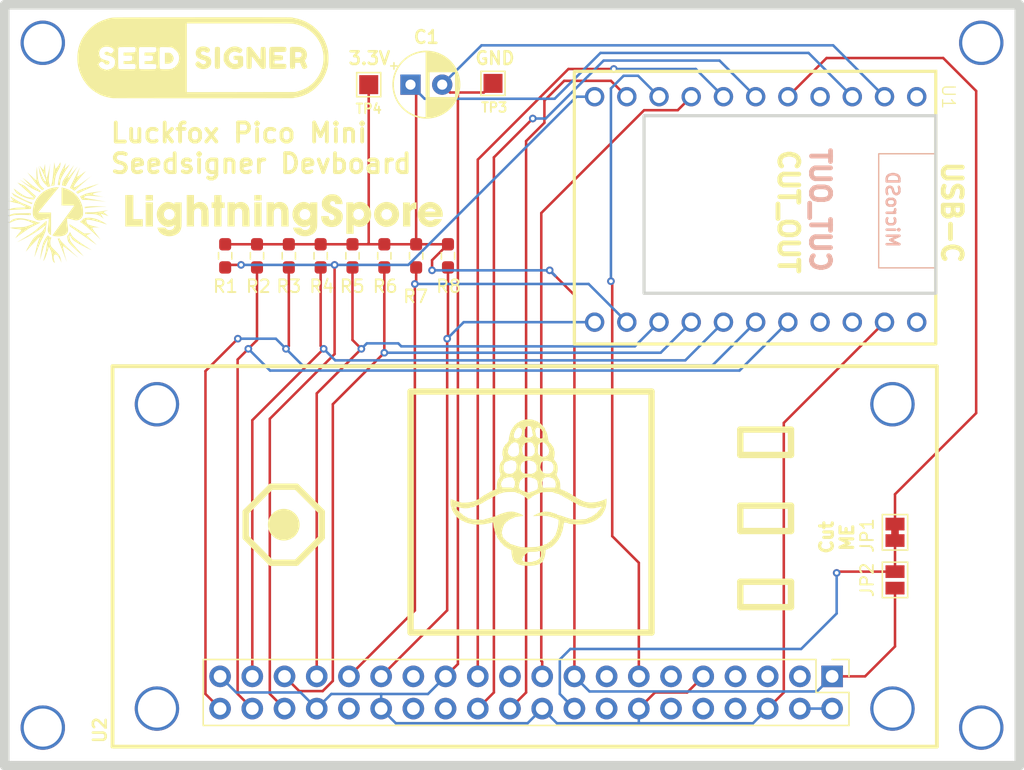
<source format=kicad_pcb>
(kicad_pcb (version 20241229) (generator "pcbnew") (generator_version "9.0")
  (title_block (title "sdfsdf") (date "sdfsdf") (rev "sdfsdf") (company "dsfsdf"))
  (layers (0 "F.Cu" signal) (2 "B.Cu" signal) (13 "F.Paste" user) (15 "B.Paste" user) (5 "F.SilkS" user "F.Silkscreen") (7 "B.SilkS" user "B.Silkscreen") (1 "F.Mask" user) (3 "B.Mask" user) (25 "Edge.Cuts" user))
  (net 0 "")
  (net 1 "GND")
  (net 2 "+3.3V")
  (net 3 "/JOYSTICK_RIGHT")
  (net 4 "/JOYSTICK_UP")
  (net 5 "/DC")
  (net 6 "/JOYSTICK_LEFT")
  (net 7 "/JOYSTICK_DOWN")
  (net 8 "/JOYSTICK_PRESS")
  (net 9 "/SPI_MOSI")
  (net 10 "/KEY2")
  (net 11 "/KEY3")
  (net 12 "/RST")
  (net 13 "/KEY1")
  (net 14 "/SPI_SCLK")
  (net 15 "/SPI_CS")
  (net 16 "Net-(U2-5V0-Pad2)")
  (net 17 "/BACKLIGHT")
  (net 18 "/BACKLIGHT_PWM")
  (footprint "Resistor_SMD:R_0603_1608Metric_Pad0.98x0.95mm_HandSolder" (layer "F.Cu") (at 17.38 19.8 -90)
    (property "Reference" "R1" (at 2.4 -0.02 180) (layer "F.SilkS"))
    (property "Value" "R")
    (pad "1" smd roundrect (at -0.9125 0 270) (size 0.975 0.95) (layers "F.Cu" "F.Mask" "F.Paste") (net 2 "+3.3V"))
    (pad "2" smd roundrect (at 0.9125 0 270) (size 0.975 0.95) (layers "F.Cu" "F.Mask" "F.Paste") (net 11 "/KEY3"))
  )
  (footprint "seedsigner-luckfox:CP_Radial_D5.0mm_P2.50mm" (layer "F.Cu") (at 31.9949 6.3)
    (property "Reference" "C1" (at 1.25 -3.75 0) (layer "F.SilkS") (effects (font (thickness 0.2) (bold yes))))
    (property "Value" "C_Polarized")
    (pad "1" thru_hole rect (at 0 0) (size 1.6 1.6) (drill 0.8) (layers "*.Cu" "*.Mask") (net 2 "+3.3V"))
    (pad "2" thru_hole circle (at 2.5 0) (size 1.6 1.6) (drill 0.8) (layers "*.Cu" "*.Mask") (net 1 "GND"))
  )
  (footprint "Resistor_SMD:R_0603_1608Metric_Pad0.98x0.95mm_HandSolder" (layer "F.Cu") (at 24.91 19.8 -90)
    (property "Reference" "R4" (at 2.4 -0.09 180) (layer "F.SilkS"))
    (property "Value" "R")
    (pad "1" smd roundrect (at -0.9125 0 270) (size 0.975 0.95) (layers "F.Cu" "F.Mask" "F.Paste") (net 2 "+3.3V"))
    (pad "2" smd roundrect (at 0.9125 0 270) (size 0.975 0.95) (layers "F.Cu" "F.Mask" "F.Paste") (net 3 "/JOYSTICK_RIGHT"))
  )
  (footprint "seedsigner-luckfox:LightningSpore_Logo" (layer "F.Cu") (at 17.692536 16.38327)
    (property "Reference" "ART1" (hide yes))
    (property "Value" "~" (hide yes))
  )
  (footprint "seedsigner-luckfox:seedsigner-logo-small" (layer "F.Cu") (at 15.6 4.2)
    (property "Reference" "LOGO1" (hide yes))
    (property "Value" "SS_LOGO" (hide yes))
  )
  (footprint "Resistor_SMD:R_0603_1608Metric_Pad0.98x0.95mm_HandSolder" (layer "F.Cu") (at 19.89 19.8 -90)
    (property "Reference" "R2" (at 2.4 -0.11 180) (layer "F.SilkS"))
    (property "Value" "R")
    (pad "1" smd roundrect (at -0.9125 0 270) (size 0.975 0.95) (layers "F.Cu" "F.Mask" "F.Paste") (net 2 "+3.3V"))
    (pad "2" smd roundrect (at 0.9125 0 270) (size 0.975 0.95) (layers "F.Cu" "F.Mask" "F.Paste") (net 10 "/KEY2"))
  )
  (footprint "Resistor_SMD:R_0603_1608Metric_Pad0.98x0.95mm_HandSolder" (layer "F.Cu") (at 32.44 19.8 -90)
    (property "Reference" "R7" (at 3.2 0.04 180) (layer "F.SilkS"))
    (property "Value" "R")
    (pad "1" smd roundrect (at -0.9125 0 270) (size 0.975 0.95) (layers "F.Cu" "F.Mask" "F.Paste") (net 2 "+3.3V"))
    (pad "2" smd roundrect (at 0.9125 0 270) (size 0.975 0.95) (layers "F.Cu" "F.Mask" "F.Paste") (net 4 "/JOYSTICK_UP"))
  )
  (footprint "seedsigner-luckfox:TestPoint_Pad_1.5x1.5mm" (layer "F.Cu") (at 28.7 6.3 90)
    (property "Reference" "TP4" (at -1.9 0 180) (layer "F.SilkS") (effects (font (size 0.75 0.75))))
    (property "Value" "TestPoint")
    (pad "1" smd rect (at 0 0 90) (size 1.5 1.5) (layers "F.Cu" "F.Mask") (net 2 "+3.3V"))
  )
  (footprint "seedsigner-luckfox:MOUNT_HOLE_3MM" (layer "F.Cu") (at 77 3)
    (property "Reference" "H4" (hide yes))
    (property "Value" "MountingHole" (hide yes))
    (pad "" np_thru_hole circle (at 0 0) (size 3.5 3.5) (drill 3) (layers "*.Cu" "*.Mask"))
  )
  (footprint "seedsigner-luckfox:SolderJumper-2_P1.3mm_Open_Pad1.0x1.5mm" (layer "F.Cu") (at 70.2 45.35 90)
    (property "Reference" "JP2" (at 0 -2.2 90) (layer "F.SilkS"))
    (property "Value" "Jumper_2_Small_Open")
    (pad "1" smd rect (at -0.65 0 90) (size 1 1.5) (layers "F.Cu" "F.Mask") (net 2 "+3.3V"))
    (pad "2" smd rect (at 0.65 0 90) (size 1 1.5) (layers "F.Cu" "F.Mask") (net 17 "/BACKLIGHT"))
  )
  (footprint "seedsigner-luckfox:LUCKFOX_PICO_MINI" (layer "F.Cu") (at 71.9125 7.25 -90)
    (property "Reference" "U1" (at 0 -2.5 270) (layer "F.SilkS") (effects (font (thickness 0.1))))
    (property "Value" "LuckFox_Pico_MINI")
    (fp_rect (start 1.5 -1.5) (end 15.5 21.5) (stroke (width 0.25)) (fill no) (layer "Edge.Cuts"))
    (fp_text user "USB-C" (at 4.95 -1.8875 270) (layer "F.SilkS") (effects (font (size 1.5 1.5) (thickness 0.375) (bold yes)) (justify left bottom)))
    (fp_text user "CUT_OUT" (at 4 11 270) (layer "F.SilkS") (effects (font (size 1.5 1.5) (thickness 0.375) (bold yes)) (justify left bottom)))
    (fp_text user "CUT_OUT" (at 14 8.5 270) (layer "B.SilkS") (effects (font (size 1.5 1.5) (thickness 0.375) (bold yes)) (justify left bottom mirror)))
    (fp_text user "MicroSD" (at 12 2.5 270) (layer "B.SilkS") (effects (font (thickness 0.2) (bold yes)) (justify left bottom mirror)))
    (pad "1" thru_hole circle (at 0 0 270) (size 1.524 1.524) (drill 1) (layers "*.Cu" "*.Mask"))
    (pad "2" thru_hole circle (at 0 2.54 270) (size 1.524 1.524) (drill 1) (layers "*.Cu" "*.Mask") (net 1 "GND"))
    (pad "3" thru_hole circle (at 0 5.08 270) (size 1.524 1.524) (drill 1) (layers "*.Cu" "*.Mask") (net 2 "+3.3V"))
    (pad "4" thru_hole circle (at 0 7.62 270) (size 1.524 1.524) (drill 1) (layers "*.Cu" "*.Mask"))
    (pad "5" thru_hole circle (at 0 10.16 270) (size 1.524 1.524) (drill 1) (layers "*.Cu" "*.Mask") (net 18 "/BACKLIGHT_PWM"))
    (pad "6" thru_hole circle (at 0 12.7 270) (size 1.524 1.524) (drill 1) (layers "*.Cu" "*.Mask") (net 15 "/SPI_CS"))
    (pad "7" thru_hole circle (at 0 15.24 270) (size 1.524 1.524) (drill 1) (layers "*.Cu" "*.Mask") (net 14 "/SPI_SCLK"))
    (pad "8" thru_hole circle (at 0 17.78 270) (size 1.524 1.524) (drill 1) (layers "*.Cu" "*.Mask") (net 9 "/SPI_MOSI"))
    (pad "9" thru_hole circle (at 0 20.32 270) (size 1.524 1.524) (drill 1) (layers "*.Cu" "*.Mask") (net 12 "/RST"))
    (pad "10" thru_hole circle (at 0 22.86 270) (size 1.524 1.524) (drill 1) (layers "*.Cu" "*.Mask") (net 5 "/DC"))
    (pad "11" thru_hole circle (at 0 25.4 270) (size 1.524 1.524) (drill 1) (layers "*.Cu" "*.Mask") (net 11 "/KEY3"))
    (pad "12" thru_hole circle (at 17.78 25.4 270) (size 1.524 1.524) (drill 1) (layers "*.Cu" "*.Mask") (net 6 "/JOYSTICK_LEFT"))
    (pad "13" thru_hole circle (at 17.78 22.86 270) (size 1.524 1.524) (drill 1) (layers "*.Cu" "*.Mask") (net 4 "/JOYSTICK_UP"))
    (pad "14" thru_hole circle (at 17.78 20.32 270) (size 1.524 1.524) (drill 1) (layers "*.Cu" "*.Mask") (net 8 "/JOYSTICK_PRESS"))
    (pad "15" thru_hole circle (at 17.78 17.78 270) (size 1.524 1.524) (drill 1) (layers "*.Cu" "*.Mask") (net 7 "/JOYSTICK_DOWN"))
    (pad "16" thru_hole circle (at 17.78 15.24 270) (size 1.524 1.524) (drill 1) (layers "*.Cu" "*.Mask") (net 3 "/JOYSTICK_RIGHT"))
    (pad "17" thru_hole circle (at 17.78 12.7 270) (size 1.524 1.524) (drill 1) (layers "*.Cu" "*.Mask") (net 13 "/KEY1"))
    (pad "18" thru_hole circle (at 17.78 10.16 270) (size 1.524 1.524) (drill 1) (layers "*.Cu" "*.Mask") (net 10 "/KEY2"))
    (pad "19" thru_hole circle (at 17.78 7.62 270) (size 1.524 1.524) (drill 1) (layers "*.Cu" "*.Mask"))
    (pad "20" thru_hole circle (at 17.78 5.08 270) (size 1.524 1.524) (drill 1) (layers "*.Cu" "*.Mask"))
    (pad "21" thru_hole circle (at 17.78 2.54 270) (size 1.524 1.524) (drill 1) (layers "*.Cu" "*.Mask") (net 1 "GND"))
    (pad "22" thru_hole circle (at 17.78 0 270) (size 1.524 1.524) (drill 1) (layers "*.Cu" "*.Mask"))
  )
  (footprint "Resistor_SMD:R_0603_1608Metric_Pad0.98x0.95mm_HandSolder" (layer "F.Cu") (at 27.42 19.8 -90)
    (property "Reference" "R5" (at 2.4 0.02 180) (layer "F.SilkS"))
    (property "Value" "R")
    (pad "1" smd roundrect (at -0.9125 0 270) (size 0.975 0.95) (layers "F.Cu" "F.Mask" "F.Paste") (net 2 "+3.3V"))
    (pad "2" smd roundrect (at 0.9125 0 270) (size 0.975 0.95) (layers "F.Cu" "F.Mask" "F.Paste") (net 8 "/JOYSTICK_PRESS"))
  )
  (footprint "seedsigner-luckfox:WAVESHARE_LCD_BUTTON" (layer "F.Cu") (at 41 43.5 180)
    (property "Reference" "U2" (at 33.5 -13.7 90) (layer "F.SilkS") (effects (font (thickness 0.2) (bold yes))))
    (property "Value" "WAVESHARE_LCD_BUTTON_BOARD_1.3in")
    (pad "" np_thru_hole circle (at -29 -12 180) (size 3.5 3.5) (drill 3) (layers "*.Cu" "*.Mask"))
    (pad "" np_thru_hole circle (at -29 12 180) (size 3.5 3.5) (drill 3) (layers "*.Cu" "*.Mask"))
    (pad "" np_thru_hole circle (at 29 -12 180) (size 3.5 3.5) (drill 3) (layers "*.Cu" "*.Mask"))
    (pad "" np_thru_hole circle (at 29 12 180) (size 3.5 3.5) (drill 3) (layers "*.Cu" "*.Mask"))
    (pad "1" thru_hole rect (at -24.24 -9.46 270) (size 1.7 1.7) (drill 1) (layers "*.Cu" "*.Mask") (net 2 "+3.3V"))
    (pad "2" thru_hole oval (at -24.24 -12 270) (size 1.7 1.7) (drill 1) (layers "*.Cu" "*.Mask") (net 16 "Net-(U2-5V0-Pad2)"))
    (pad "3" thru_hole oval (at -21.7 -9.46 270) (size 1.7 1.7) (drill 1) (layers "*.Cu" "*.Mask"))
    (pad "4" thru_hole oval (at -21.7 -12 270) (size 1.7 1.7) (drill 1) (layers "*.Cu" "*.Mask") (net 16 "Net-(U2-5V0-Pad2)"))
    (pad "5" thru_hole oval (at -19.16 -9.46 270) (size 1.7 1.7) (drill 1) (layers "*.Cu" "*.Mask"))
    (pad "6" thru_hole oval (at -19.16 -12 270) (size 1.7 1.7) (drill 1) (layers "*.Cu" "*.Mask") (net 1 "GND"))
    (pad "7" thru_hole oval (at -16.62 -9.46 270) (size 1.7 1.7) (drill 1) (layers "*.Cu" "*.Mask"))
    (pad "8" thru_hole oval (at -16.62 -12 270) (size 1.7 1.7) (drill 1) (layers "*.Cu" "*.Mask"))
    (pad "9" thru_hole oval (at -14.08 -9.46 270) (size 1.7 1.7) (drill 1) (layers "*.Cu" "*.Mask") (net 1 "GND"))
    (pad "10" thru_hole oval (at -14.08 -12 270) (size 1.7 1.7) (drill 1) (layers "*.Cu" "*.Mask"))
    (pad "11" thru_hole oval (at -11.54 -9.46 270) (size 1.7 1.7) (drill 1) (layers "*.Cu" "*.Mask"))
    (pad "12" thru_hole oval (at -11.54 -12 270) (size 1.7 1.7) (drill 1) (layers "*.Cu" "*.Mask"))
    (pad "13" thru_hole oval (at -9 -9.46 270) (size 1.7 1.7) (drill 1) (layers "*.Cu" "*.Mask") (net 12 "/RST"))
    (pad "14" thru_hole oval (at -9 -12 270) (size 1.7 1.7) (drill 1) (layers "*.Cu" "*.Mask") (net 1 "GND"))
    (pad "15" thru_hole oval (at -6.46 -9.46 270) (size 1.7 1.7) (drill 1) (layers "*.Cu" "*.Mask"))
    (pad "16" thru_hole oval (at -6.46 -12 270) (size 1.7 1.7) (drill 1) (layers "*.Cu" "*.Mask"))
    (pad "17" thru_hole oval (at -3.92 -9.46 270) (size 1.7 1.7) (drill 1) (layers "*.Cu" "*.Mask") (net 2 "+3.3V"))
    (pad "18" thru_hole oval (at -3.92 -12 270) (size 1.7 1.7) (drill 1) (layers "*.Cu" "*.Mask") (net 17 "/BACKLIGHT"))
    (pad "19" thru_hole oval (at -1.38 -9.46 270) (size 1.7 1.7) (drill 1) (layers "*.Cu" "*.Mask") (net 9 "/SPI_MOSI"))
    (pad "20" thru_hole oval (at -1.38 -12 90) (size 1.7 1.7) (drill 1) (layers "*.Cu" "*.Mask") (net 1 "GND"))
    (pad "21" thru_hole oval (at 1.16 -9.46 270) (size 1.7 1.7) (drill 1) (layers "*.Cu" "*.Mask"))
    (pad "22" thru_hole oval (at 1.16 -12 270) (size 1.7 1.7) (drill 1) (layers "*.Cu" "*.Mask") (net 5 "/DC"))
    (pad "23" thru_hole oval (at 3.7 -9.46 270) (size 1.7 1.7) (drill 1) (layers "*.Cu" "*.Mask") (net 14 "/SPI_SCLK"))
    (pad "24" thru_hole oval (at 3.7 -12 270) (size 1.7 1.7) (drill 1) (layers "*.Cu" "*.Mask") (net 15 "/SPI_CS"))
    (pad "25" thru_hole oval (at 6.24 -9.46 270) (size 1.7 1.7) (drill 1) (layers "*.Cu" "*.Mask") (net 1 "GND"))
    (pad "26" thru_hole oval (at 6.24 -12 270) (size 1.7 1.7) (drill 1) (layers "*.Cu" "*.Mask"))
    (pad "27" thru_hole oval (at 8.78 -9.46 270) (size 1.7 1.7) (drill 1) (layers "*.Cu" "*.Mask"))
    (pad "28" thru_hole oval (at 8.78 -12 270) (size 1.7 1.7) (drill 1) (layers "*.Cu" "*.Mask"))
    (pad "29" thru_hole oval (at 11.32 -9.46 270) (size 1.7 1.7) (drill 1) (layers "*.Cu" "*.Mask") (net 6 "/JOYSTICK_LEFT"))
    (pad "30" thru_hole oval (at 11.32 -12 270) (size 1.7 1.7) (drill 1) (layers "*.Cu" "*.Mask") (net 1 "GND"))
    (pad "31" thru_hole oval (at 13.86 -9.46 270) (size 1.7 1.7) (drill 1) (layers "*.Cu" "*.Mask") (net 4 "/JOYSTICK_UP"))
    (pad "32" thru_hole oval (at 13.86 -12 270) (size 1.7 1.7) (drill 1) (layers "*.Cu" "*.Mask"))
    (pad "33" thru_hole oval (at 16.4 -9.46 270) (size 1.7 1.7) (drill 1) (layers "*.Cu" "*.Mask") (net 8 "/JOYSTICK_PRESS"))
    (pad "34" thru_hole oval (at 16.4 -12 270) (size 1.7 1.7) (drill 1) (layers "*.Cu" "*.Mask") (net 1 "GND"))
    (pad "35" thru_hole oval (at 18.94 -9.46 270) (size 1.7 1.7) (drill 1) (layers "*.Cu" "*.Mask") (net 7 "/JOYSTICK_DOWN"))
    (pad "36" thru_hole oval (at 18.94 -12 270) (size 1.7 1.7) (drill 1) (layers "*.Cu" "*.Mask") (net 11 "/KEY3"))
    (pad "37" thru_hole oval (at 21.48 -9.46 270) (size 1.7 1.7) (drill 1) (layers "*.Cu" "*.Mask") (net 3 "/JOYSTICK_RIGHT"))
    (pad "38" thru_hole oval (at 21.48 -12 270) (size 1.7 1.7) (drill 1) (layers "*.Cu" "*.Mask") (net 10 "/KEY2"))
    (pad "39" thru_hole oval (at 24.02 -9.46 270) (size 1.7 1.7) (drill 1) (layers "*.Cu" "*.Mask") (net 1 "GND"))
    (pad "40" thru_hole oval (at 24.02 -12 270) (size 1.7 1.7) (drill 1) (layers "*.Cu" "*.Mask") (net 13 "/KEY1"))
  )
  (footprint "Resistor_SMD:R_0603_1608Metric_Pad0.98x0.95mm_HandSolder" (layer "F.Cu") (at 22.4 19.8 -90)
    (property "Reference" "R3" (at 2.4 0 180) (layer "F.SilkS"))
    (property "Value" "R")
    (pad "1" smd roundrect (at -0.9125 0 270) (size 0.975 0.95) (layers "F.Cu" "F.Mask" "F.Paste") (net 2 "+3.3V"))
    (pad "2" smd roundrect (at 0.9125 0 270) (size 0.975 0.95) (layers "F.Cu" "F.Mask" "F.Paste") (net 13 "/KEY1"))
  )
  (footprint "seedsigner-luckfox:MOUNT_HOLE_3MM" (layer "F.Cu") (at 77 57)
    (property "Reference" "H2" (hide yes))
    (property "Value" "MountingHole" (hide yes))
    (pad "" np_thru_hole circle (at 0 0) (size 3.5 3.5) (drill 3) (layers "*.Cu" "*.Mask"))
  )
  (footprint "seedsigner-luckfox:corn-logo" (layer "F.Cu") (at 41.3 38.4)
    (property "Reference" "LOGO2" (hide yes))
    (property "Value" "CORN-LOGO" (hide yes))
  )
  (footprint "Resistor_SMD:R_0603_1608Metric_Pad0.98x0.95mm_HandSolder" (layer "F.Cu") (at 29.93 19.8 -90)
    (property "Reference" "R6" (at 2.4 -0.07 180) (layer "F.SilkS"))
    (property "Value" "R")
    (pad "1" smd roundrect (at -0.9125 0 270) (size 0.975 0.95) (layers "F.Cu" "F.Mask" "F.Paste") (net 2 "+3.3V"))
    (pad "2" smd roundrect (at 0.9125 0 270) (size 0.975 0.95) (layers "F.Cu" "F.Mask" "F.Paste") (net 7 "/JOYSTICK_DOWN"))
  )
  (footprint "seedsigner-luckfox:SolderJumper-2_P1.3mm_Bridged_Pad1.0x1.5mm" (layer "F.Cu") (at 70.2 41.6 -90)
    (property "Reference" "JP1" (at 0.25 2.2 90) (layer "F.SilkS"))
    (property "Value" "Jumper_2_Small_Bridged")
    (fp_poly (pts (xy -0.25 -0.3) (xy 0.25 -0.3) (xy 0.25 0.3) (xy -0.25 0.3)) (fill yes) (layer "F.Cu"))
    (pad "1" smd rect (at -0.65 0 270) (size 1 1.5) (layers "F.Cu" "F.Mask") (net 18 "/BACKLIGHT_PWM"))
    (pad "2" smd rect (at 0.65 0 270) (size 1 1.5) (layers "F.Cu" "F.Mask") (net 17 "/BACKLIGHT"))
  )
  (footprint "seedsigner-luckfox:TestPoint_Pad_1.5x1.5mm" (layer "F.Cu") (at 38.5 6.2 90)
    (property "Reference" "TP3" (at -1.9 0.1 180) (layer "F.SilkS") (effects (font (size 0.75 0.75))))
    (property "Value" "TestPoint")
    (pad "1" smd rect (at 0 0 90) (size 1.5 1.5) (layers "F.Cu" "F.Mask") (net 1 "GND"))
  )
  (footprint "seedsigner-luckfox:MOUNT_HOLE_3MM" (layer "F.Cu") (at 3 3)
    (property "Reference" "H1" (hide yes))
    (property "Value" "MountingHole" (hide yes))
    (pad "" np_thru_hole circle (at 0 0) (size 3.5 3.5) (drill 3) (layers "*.Cu" "*.Mask"))
  )
  (footprint "seedsigner-luckfox:MOUNT_HOLE_3MM" (layer "F.Cu") (at 3 57)
    (property "Reference" "H3" (hide yes))
    (property "Value" "MountingHole" (hide yes))
    (pad "" np_thru_hole circle (at 0 0) (size 3.5 3.5) (drill 3) (layers "*.Cu" "*.Mask"))
  )
  (footprint "Resistor_SMD:R_0603_1608Metric_Pad0.98x0.95mm_HandSolder" (layer "F.Cu") (at 34.95 19.8 -90)
    (property "Reference" "R8" (at 2.4 -0.05 180) (layer "F.SilkS"))
    (property "Value" "R")
    (pad "1" smd roundrect (at -0.9125 0 270) (size 0.975 0.95) (layers "F.Cu" "F.Mask" "F.Paste") (net 2 "+3.3V"))
    (pad "2" smd roundrect (at 0.9125 0 270) (size 0.975 0.95) (layers "F.Cu" "F.Mask" "F.Paste") (net 6 "/JOYSTICK_LEFT"))
  )
  (gr_line (start 0 0) (end 80 0) (stroke (width 0.75)) (layer "Edge.Cuts"))
  (gr_line (start 80 60) (end 80 0) (stroke (width 0.75)) (layer "Edge.Cuts"))
  (gr_line (start 0 0) (end 0 60) (stroke (width 0.75)) (layer "Edge.Cuts"))
  (gr_line (start 0 60) (end 80 60) (stroke (width 0.75)) (layer "Edge.Cuts"))
  (gr_text "Luckfox Pico Mini\nSeedsigner Devboard\n" (at 8.2 13.4 0) (layer "F.SilkS") (effects (font (size 1.5 1.5) (thickness 0.3) (bold yes)) (justify left bottom)))
  (gr_text "GND" (at 37 4.8 0) (layer "F.SilkS") (effects (font (size 1 1) (thickness 0.2) (bold yes)) (justify left bottom)))
  (gr_text "Cut\nME" (at 67 42 90) (layer "F.SilkS") (effects (font (size 1 1) (thickness 0.25) (bold yes)) (justify bottom)))
  (gr_text "3.3V" (at 27 4.8 0) (layer "F.SilkS") (effects (font (size 1 1) (thickness 0.2) (bold yes)) (justify left bottom)))
  (segment (start 35.7315 6.9183) (end 37.7817 6.9183) (width 0.2) (layer "F.Cu") (net 1))
  (segment (start 37.7817 6.9183) (end 38.5 6.2) (width 0.2) (layer "F.Cu") (net 1))
  (segment (start 55.08 52.96) (end 53.81 54.23) (width 0.2) (layer "F.Cu") (net 1))
  (segment (start 51.27 54.23) (end 50 55.5) (width 0.2) (layer "F.Cu") (net 1))
  (segment (start 61.43 54.23) (end 60.16 55.5) (width 0.2) (layer "F.Cu") (net 1))
  (segment (start 69.3725 25.03) (end 61.43 32.9725) (width 0.2) (layer "F.Cu") (net 1))
  (segment (start 53.81 54.23) (end 51.27 54.23) (width 0.2) (layer "F.Cu") (net 1))
  (segment (start 35.1132 6.9183) (end 35.7315 6.9183) (width 0.2) (layer "F.Cu") (net 1))
  (segment (start 35.7315 51.9885) (end 35.7315 6.9183) (width 0.2) (layer "F.Cu") (net 1))
  (segment (start 34.4949 6.3) (end 35.1132 6.9183) (width 0.2) (layer "F.Cu") (net 1))
  (segment (start 34.76 52.96) (end 35.7315 51.9885) (width 0.2) (layer "F.Cu") (net 1))
  (segment (start 61.43 32.9725) (end 61.43 54.23) (width 0.2) (layer "F.Cu") (net 1))
  (segment (start 23.33 54.23) (end 24.6 55.5) (width 0.2) (layer "B.Cu") (net 1))
  (segment (start 42.38 55.5) (end 43.5362 56.6562) (width 0.2) (layer "B.Cu") (net 1))
  (segment (start 50 55.5) (end 50 56.6562) (width 0.2) (layer "B.Cu") (net 1))
  (segment (start 65.3225 3.2) (end 37.5949 3.2) (width 0.2) (layer "B.Cu") (net 1))
  (segment (start 29.68 55.5) (end 29.68 54.3483) (width 0.2) (layer "B.Cu") (net 1))
  (segment (start 16.98 52.96) (end 18.25 54.23) (width 0.2) (layer "B.Cu") (net 1))
  (segment (start 33.3717 54.3483) (end 34.76 52.96) (width 0.2) (layer "B.Cu") (net 1))
  (segment (start 18.25 54.23) (end 23.33 54.23) (width 0.2) (layer "B.Cu") (net 1))
  (segment (start 50 56.6562) (end 59.0038 56.6562) (width 0.2) (layer "B.Cu") (net 1))
  (segment (start 25.7517 54.3483) (end 29.68 54.3483) (width 0.2) (layer "B.Cu") (net 1))
  (segment (start 29.68 55.5) (end 30.8317 56.6517) (width 0.2) (layer "B.Cu") (net 1))
  (segment (start 29.68 54.3483) (end 33.3717 54.3483) (width 0.2) (layer "B.Cu") (net 1))
  (segment (start 69.3725 7.25) (end 65.3225 3.2) (width 0.2) (layer "B.Cu") (net 1))
  (segment (start 24.6 55.5) (end 25.7517 54.3483) (width 0.2) (layer "B.Cu") (net 1))
  (segment (start 59.0038 56.6562) (end 60.16 55.5) (width 0.2) (layer "B.Cu") (net 1))
  (segment (start 43.5362 56.6562) (end 50 56.6562) (width 0.2) (layer "B.Cu") (net 1))
  (segment (start 41.2283 56.6517) (end 42.38 55.5) (width 0.2) (layer "B.Cu") (net 1))
  (segment (start 30.8317 56.6517) (end 41.2283 56.6517) (width 0.2) (layer "B.Cu") (net 1))
  (segment (start 37.5949 3.2) (end 34.4949 6.3) (width 0.2) (layer "B.Cu") (net 1))
  (segment (start 33.695 20.1425) (end 34.95 18.8875) (width 0.2) (layer "F.Cu") (net 2))
  (segment (start 44.92 22.8907) (end 42.9708 20.9415) (width 0.2) (layer "F.Cu") (net 2))
  (segment (start 70.2 50.6) (end 70.2 46) (width 0.2) (layer "F.Cu") (net 2))
  (segment (start 33.695 20.9415) (end 33.695 20.1425) (width 0.2) (layer "F.Cu") (net 2))
  (segment (start 44.92 52.96) (end 44.92 22.8907) (width 0.2) (layer "F.Cu") (net 2))
  (segment (start 28.6068 18.884) (end 28.6068 18.8875) (width 0.2) (layer "F.Cu") (net 2))
  (segment (start 31.9949 6.3) (end 32.44 6.7451) (width 0.2) (layer "F.Cu") (net 2))
  (segment (start 22.4 18.8875) (end 19.89 18.8875) (width 0.2) (layer "F.Cu") (net 2))
  (segment (start 28.7 18.7908) (end 28.6068 18.884) (width 0.2) (layer "F.Cu") (net 2))
  (segment (start 32.44 6.7451) (end 32.44 18.8875) (width 0.2) (layer "F.Cu") (net 2))
  (segment (start 28.7 18.8875) (end 28.7 18.7908) (width 0.2) (layer "F.Cu") (net 2))
  (segment (start 65.24 52.96) (end 67.84 52.96) (width 0.2) (layer "F.Cu") (net 2))
  (segment (start 44.92 52.96) (end 45 52.88) (width 0.2) (layer "F.Cu") (net 2))
  (segment (start 67.84 52.96) (end 70.2 50.6) (width 0.2) (layer "F.Cu") (net 2))
  (segment (start 42.9708 20.9415) (end 43.4167 21.3874) (width 0.2) (layer "F.Cu") (net 2))
  (segment (start 27.42 18.8875) (end 24.91 18.8875) (width 0.2) (layer "F.Cu") (net 2))
  (segment (start 29.93 18.8875) (end 28.6068 18.8875) (width 0.2) (layer "F.Cu") (net 2))
  (segment (start 43.4167 21.3874) (end 42.9708 20.9415) (width 0.2) (layer "F.Cu") (net 2))
  (segment (start 17.38 18.8875) (end 19.89 18.8875) (width 0.2) (layer "F.Cu") (net 2))
  (segment (start 29.93 18.8875) (end 32.44 18.8875) (width 0.2) (layer "F.Cu") (net 2))
  (segment (start 32.44 18.8875) (end 34.95 18.8875) (width 0.2) (layer "F.Cu") (net 2))
  (segment (start 24.91 18.8875) (end 22.4 18.8875) (width 0.2) (layer "F.Cu") (net 2))
  (segment (start 28.7 18.7908) (end 28.7 6.3) (width 0.2) (layer "F.Cu") (net 2))
  (segment (start 28.6068 18.8875) (end 27.42 18.8875) (width 0.2) (layer "F.Cu") (net 2))
  (via (at 33.695 20.9415) (size 0.6) (drill 0.3) (layers "F.Cu" "B.Cu") (net 2))
  (via (at 42.9708 20.9415) (size 0.6) (drill 0.3) (layers "F.Cu" "B.Cu") (net 2))
  (segment (start 43.4167 21.3874) (end 42.9708 20.9415) (width 0.2) (layer "B.Cu") (net 2))
  (segment (start 42.9708 20.9415) (end 43.4167 21.3874) (width 0.2) (layer "B.Cu") (net 2))
  (segment (start 43.3614 7.4123) (end 46.9737 3.8) (width 0.2) (layer "B.Cu") (net 2))
  (segment (start 42.9708 20.9415) (end 33.695 20.9415) (width 0.2) (layer "B.Cu") (net 2))
  (segment (start 65.24 52.96) (end 64.0494 54.1506) (width 0.2) (layer "B.Cu") (net 2))
  (segment (start 64.0494 54.1506) (end 46.1106 54.1506) (width 0.2) (layer "B.Cu") (net 2))
  (segment (start 33.1072 7.4123) (end 43.3614 7.4123) (width 0.2) (layer "B.Cu") (net 2))
  (segment (start 46.9737 3.8) (end 63.3825 3.8) (width 0.2) (layer "B.Cu") (net 2))
  (segment (start 63.3825 3.8) (end 66.8325 7.25) (width 0.2) (layer "B.Cu") (net 2))
  (segment (start 46.1106 54.1506) (end 44.92 52.96) (width 0.2) (layer "B.Cu") (net 2))
  (segment (start 31.9949 6.3) (end 33.1072 7.4123) (width 0.2) (layer "B.Cu") (net 2))
  (segment (start 25.1484 27.1329) (end 24.91 26.8945) (width 0.2) (layer "F.Cu") (net 3))
  (segment (start 24.91 26.8945) (end 24.91 20.7125) (width 0.2) (layer "F.Cu") (net 3))
  (segment (start 19.52 52.96) (end 19.52 32.7613) (width 0.2) (layer "F.Cu") (net 3))
  (segment (start 19.52 32.7613) (end 25.1484 27.1329) (width 0.2) (layer "F.Cu") (net 3))
  (via (at 25.1484 27.1329) (size 0.6) (drill 0.3) (layers "F.Cu" "B.Cu") (net 3))
  (segment (start 53.6606 28.0419) (end 56.6725 25.03) (width 0.2) (layer "B.Cu") (net 3))
  (segment (start 26.0574 28.0419) (end 53.6606 28.0419) (width 0.2) (layer "B.Cu") (net 3))
  (segment (start 25.1484 27.1329) (end 26.0574 28.0419) (width 0.2) (layer "B.Cu") (net 3))
  (segment (start 32.3391 47.7609) (end 27.14 52.96) (width 0.2) (layer "F.Cu") (net 4))
  (segment (start 32.3391 22.0169) (end 32.3391 47.7609) (width 0.2) (layer "F.Cu") (net 4))
  (segment (start 32.44 21.916) (end 32.44 20.7125) (width 0.2) (layer "F.Cu") (net 4))
  (segment (start 32.3391 22.0169) (end 32.44 21.916) (width 0.2) (layer "F.Cu") (net 4))
  (via (at 32.3391 22.0169) (size 0.6) (drill 0.3) (layers "F.Cu" "B.Cu") (net 4))
  (segment (start 49.0525 25.03) (end 46.0394 22.0169) (width 0.2) (layer "B.Cu") (net 4))
  (segment (start 46.0394 22.0169) (end 32.3391 22.0169) (width 0.2) (layer "B.Cu") (net 4))
  (segment (start 41.11 10.751) (end 41.11 54.23) (width 0.2) (layer "F.Cu") (net 5))
  (segment (start 42.554 7.558) (end 42.554 9.307) (width 0.2) (layer "F.Cu") (net 5))
  (segment (start 41.11 54.23) (end 39.84 55.5) (width 0.2) (layer "F.Cu") (net 5))
  (segment (start 49.0525 7.25) (end 47.8025 6) (width 0.2) (layer "F.Cu") (net 5))
  (segment (start 42.554 9.307) (end 41.11 10.751) (width 0.2) (layer "F.Cu") (net 5))
  (segment (start 44.112 6) (end 42.554 7.558) (width 0.2) (layer "F.Cu") (net 5))
  (segment (start 47.8025 6) (end 44.112 6) (width 0.2) (layer "F.Cu") (net 5))
  (segment (start 29.68 52.96) (end 34.8863 47.7537) (width 0.2) (layer "F.Cu") (net 6))
  (segment (start 34.95 26.2684) (end 34.8863 26.3321) (width 0.2) (layer "F.Cu") (net 6))
  (segment (start 34.8863 47.7537) (end 34.8863 26.3321) (width 0.2) (layer "F.Cu") (net 6))
  (segment (start 34.95 20.7125) (end 34.95 26.2684) (width 0.2) (layer "F.Cu") (net 6))
  (via (at 34.8863 26.3321) (size 0.6) (drill 0.3) (layers "F.Cu" "B.Cu") (net 6))
  (segment (start 36.1884 25.03) (end 46.5125 25.03) (width 0.2) (layer "B.Cu") (net 6))
  (segment (start 34.8863 26.3321) (end 36.1884 25.03) (width 0.2) (layer "B.Cu") (net 6))
  (segment (start 22.06 52.96) (end 23.2206 54.1206) (width 0.2) (layer "F.Cu") (net 7))
  (segment (start 29.93 27.4402) (end 29.93 20.7125) (width 0.2) (layer "F.Cu") (net 7))
  (segment (start 25.87 31.5002) (end 29.93 27.4402) (width 0.2) (layer "F.Cu") (net 7))
  (segment (start 23.2206 54.1206) (end 25.0684 54.1206) (width 0.2) (layer "F.Cu") (net 7))
  (segment (start 25.0684 54.1206) (end 25.87 53.319) (width 0.2) (layer "F.Cu") (net 7))
  (segment (start 25.87 53.319) (end 25.87 31.5002) (width 0.2) (layer "F.Cu") (net 7))
  (via (at 29.93 27.4402) (size 0.6) (drill 0.3) (layers "F.Cu" "B.Cu") (net 7))
  (segment (start 51.7223 27.4402) (end 54.1325 25.03) (width 0.2) (layer "B.Cu") (net 7))
  (segment (start 29.93 27.4402) (end 51.7223 27.4402) (width 0.2) (layer "B.Cu") (net 7))
  (segment (start 28.1188 27.1329) (end 27.42 26.4341) (width 0.2) (layer "F.Cu") (net 8))
  (segment (start 27.42 26.4341) (end 27.42 20.7125) (width 0.2) (layer "F.Cu") (net 8))
  (segment (start 24.6 52.96) (end 24.6 30.6517) (width 0.2) (layer "F.Cu") (net 8))
  (segment (start 24.6 30.6517) (end 28.1188 27.1329) (width 0.2) (layer "F.Cu") (net 8))
  (via (at 28.1188 27.1329) (size 0.6) (drill 0.3) (layers "F.Cu" "B.Cu") (net 8))
  (segment (start 31.2708 26.9385) (end 31.0323 26.7) (width 0.2) (layer "B.Cu") (net 8))
  (segment (start 31.0323 26.7) (end 28.5517 26.7) (width 0.2) (layer "B.Cu") (net 8))
  (segment (start 51.5925 25.03) (end 49.684 26.9385) (width 0.2) (layer "B.Cu") (net 8))
  (segment (start 28.5517 26.7) (end 28.1188 27.1329) (width 0.2) (layer "B.Cu") (net 8))
  (segment (start 49.684 26.9385) (end 31.2708 26.9385) (width 0.2) (layer "B.Cu") (net 8))
  (segment (start 42.3074 51.7357) (end 42.38 51.8083) (width 0.2) (layer "F.Cu") (net 9))
  (segment (start 50.4173 8.3137) (end 42.3074 16.4236) (width 0.2) (layer "F.Cu") (net 9))
  (segment (start 54.1325 7.25) (end 53.0688 8.3137) (width 0.2) (layer "F.Cu") (net 9))
  (segment (start 53.0688 8.3137) (end 50.4173 8.3137) (width 0.2) (layer "F.Cu") (net 9))
  (segment (start 42.3074 16.4236) (end 42.3074 51.7357) (width 0.2) (layer "F.Cu") (net 9))
  (segment (start 42.38 52.96) (end 42.38 51.8083) (width 0.2) (layer "F.Cu") (net 9))
  (segment (start 19.89 20.7125) (end 19.89 26.4505) (width 0.2) (layer "F.Cu") (net 10))
  (segment (start 18.3634 54.3434) (end 19.52 55.5) (width 0.2) (layer "F.Cu") (net 10))
  (segment (start 19.89 26.4505) (end 19.2076 27.1329) (width 0.2) (layer "F.Cu") (net 10))
  (segment (start 19.2076 27.1329) (end 18.3634 27.9771) (width 0.2) (layer "F.Cu") (net 10))
  (segment (start 18.3634 27.9771) (end 18.3634 54.3434) (width 0.2) (layer "F.Cu") (net 10))
  (via (at 19.2076 27.1329) (size 0.6) (drill 0.3) (layers "F.Cu" "B.Cu") (net 10))
  (segment (start 20.92 28.8453) (end 57.9372 28.8453) (width 0.2) (layer "B.Cu") (net 10))
  (segment (start 19.2076 27.1329) (end 20.92 28.8453) (width 0.2) (layer "B.Cu") (net 10))
  (segment (start 57.9372 28.8453) (end 61.7525 25.03) (width 0.2) (layer "B.Cu") (net 10))
  (segment (start 20.9001 32.6515) (end 20.9001 54.3401) (width 0.2) (layer "F.Cu") (net 11))
  (segment (start 20.9001 54.3401) (end 22.06 55.5) (width 0.2) (layer "F.Cu") (net 11))
  (segment (start 26.0098 20.5137) (end 26.0098 27.5418) (width 0.2) (layer "F.Cu") (net 11))
  (segment (start 18.635 20.5137) (end 17.5788 20.5137) (width 0.2) (layer "F.Cu") (net 11))
  (segment (start 17.5788 20.5137) (end 17.38 20.7125) (width 0.2) (layer "F.Cu") (net 11))
  (segment (start 26.0098 27.5418) (end 20.9001 32.6515) (width 0.2) (layer "F.Cu") (net 11))
  (via (at 26.0098 20.5137) (size 0.6) (drill 0.3) (layers "F.Cu" "B.Cu") (net 11))
  (via (at 18.635 20.5137) (size 0.6) (drill 0.3) (layers "F.Cu" "B.Cu") (net 11))
  (segment (start 26.0098 20.5137) (end 18.635 20.5137) (width 0.2) (layer "B.Cu") (net 11))
  (segment (start 45.0846 7.25) (end 31.8209 20.5137) (width 0.2) (layer "B.Cu") (net 11))
  (segment (start 46.5125 7.25) (end 45.0846 7.25) (width 0.2) (layer "B.Cu") (net 11))
  (segment (start 31.8209 20.5137) (end 26.0098 20.5137) (width 0.2) (layer "B.Cu") (net 11))
  (segment (start 47.901 41.901) (end 50 44) (width 0.2) (layer "F.Cu") (net 12))
  (segment (start 47.901 21.901) (end 47.901 41.901) (width 0.2) (layer "F.Cu") (net 12))
  (segment (start 50.3225 52.6375) (end 50 52.96) (width 0.2) (layer "F.Cu") (net 12))
  (segment (start 47.8 21.8) (end 47.901 21.901) (width 0.2) (layer "F.Cu") (net 12))
  (segment (start 50 44) (end 50 52.96) (width 0.2) (layer "F.Cu") (net 12))
  (via (at 47.8 21.8) (size 0.6) (drill 0.3) (layers "F.Cu" "B.Cu") (net 12))
  (segment (start 48.8 5.6) (end 47.8 6.6) (width 0.2) (layer "B.Cu") (net 12))
  (segment (start 47.8 6.6) (end 47.8 21.8) (width 0.2) (layer "B.Cu") (net 12))
  (segment (start 49.9425 5.6) (end 48.8 5.6) (width 0.2) (layer "B.Cu") (net 12))
  (segment (start 51.5925 7.25) (end 49.9425 5.6) (width 0.2) (layer "B.Cu") (net 12))
  (segment (start 22.4 26.9109) (end 22.4 20.7125) (width 0.2) (layer "F.Cu") (net 13))
  (segment (start 15.8267 28.8864) (end 18.3809 26.3322) (width 0.2) (layer "F.Cu") (net 13))
  (segment (start 15.8267 54.3467) (end 15.8267 28.8864) (width 0.2) (layer "F.Cu") (net 13))
  (segment (start 22.178 27.1329) (end 22.4 26.9109) (width 0.2) (layer "F.Cu") (net 13))
  (segment (start 16.98 55.5) (end 15.8267 54.3467) (width 0.2) (layer "F.Cu") (net 13))
  (via (at 18.3809 26.3322) (size 0.6) (drill 0.3) (layers "F.Cu" "B.Cu") (net 13))
  (via (at 22.178 27.1329) (size 0.6) (drill 0.3) (layers "F.Cu" "B.Cu") (net 13))
  (segment (start 18.3809 26.3322) (end 21.3773 26.3322) (width 0.2) (layer "B.Cu") (net 13))
  (segment (start 22.178 27.1329) (end 23.4887 28.4436) (width 0.2) (layer "B.Cu") (net 13))
  (segment (start 55.7989 28.4436) (end 59.2125 25.03) (width 0.2) (layer "B.Cu") (net 13))
  (segment (start 21.3773 26.3322) (end 22.178 27.1329) (width 0.2) (layer "B.Cu") (net 13))
  (segment (start 23.4887 28.4436) (end 55.7989 28.4436) (width 0.2) (layer "B.Cu") (net 13))
  (segment (start 44.4468 5.0663) (end 48.0262 5.0663) (width 0.2) (layer "F.Cu") (net 14))
  (segment (start 37.3 52.96) (end 37.3 12.2131) (width 0.2) (layer "F.Cu") (net 14))
  (segment (start 56.4827 7.25) (end 56.6725 7.25) (width 0.2) (layer "F.Cu") (net 14))
  (segment (start 37.3 12.2131) (end 44.4468 5.0663) (width 0.2) (layer "F.Cu") (net 14))
  (via (at 48.0262 5.0663) (size 0.6) (drill 0.3) (layers "F.Cu" "B.Cu") (net 14))
  (segment (start 48.0262 5.0663) (end 54.4888 5.0663) (width 0.2) (layer "B.Cu") (net 14))
  (segment (start 54.4888 5.0663) (end 56.6725 7.25) (width 0.2) (layer "B.Cu") (net 14))
  (segment (start 41.6353 8.9707) (end 38.57 12.036) (width 0.2) (layer "F.Cu") (net 15))
  (segment (start 38.57 54.23) (end 37.3 55.5) (width 0.2) (layer "F.Cu") (net 15))
  (segment (start 38.57 12.036) (end 38.57 54.23) (width 0.2) (layer "F.Cu") (net 15))
  (via (at 41.6353 8.9707) (size 0.6) (drill 0.3) (layers "F.Cu" "B.Cu") (net 15))
  (segment (start 41.6353 8.9707) (end 42.6541 8.9707) (width 0.2) (layer "B.Cu") (net 15))
  (segment (start 42.6541 8.9707) (end 47.2248 4.4) (width 0.2) (layer "B.Cu") (net 15))
  (segment (start 47.2248 4.4) (end 56.3625 4.4) (width 0.2) (layer "B.Cu") (net 15))
  (segment (start 56.3625 4.4) (end 59.2125 7.25) (width 0.2) (layer "B.Cu") (net 15))
  (segment (start 62.7 55.5) (end 65.24 55.5) (width 0.2) (layer "B.Cu") (net 16))
  (segment (start 70.2 42.25) (end 70.2 44.7) (width 0.2) (layer "F.Cu") (net 17))
  (segment (start 65.7 44.7) (end 70.2 44.7) (width 0.2) (layer "F.Cu") (net 17))
  (segment (start 65.6 44.8) (end 65.7 44.7) (width 0.2) (layer "F.Cu") (net 17))
  (via (at 65.6 44.8) (size 0.6) (drill 0.3) (layers "F.Cu" "B.Cu") (net 17))
  (segment (start 65.6 48) (end 62.8 50.8) (width 0.2) (layer "B.Cu") (net 17))
  (segment (start 44.6 50.8) (end 43.769 51.631) (width 0.2) (layer "B.Cu") (net 17))
  (segment (start 43.769 51.631) (end 43.769 54.349) (width 0.2) (layer "B.Cu") (net 17))
  (segment (start 62.8 50.8) (end 44.6 50.8) (width 0.2) (layer "B.Cu") (net 17))
  (segment (start 65.6 44.8) (end 65.6 48) (width 0.2) (layer "B.Cu") (net 17))
  (segment (start 43.769 54.349) (end 44.92 55.5) (width 0.2) (layer "B.Cu") (net 17))
  (segment (start 61.7525 7.25) (end 64.8025 4.2) (width 0.2) (layer "F.Cu") (net 18))
  (segment (start 64.8025 4.2) (end 74 4.2) (width 0.2) (layer "F.Cu") (net 18))
  (segment (start 74 4.2) (end 76.6 6.8) (width 0.2) (layer "F.Cu") (net 18))
  (segment (start 70.2 38.6) (end 70.2 40.95) (width 0.2) (layer "F.Cu") (net 18))
  (segment (start 76.6 32.2) (end 70.2 38.6) (width 0.2) (layer "F.Cu") (net 18))
  (segment (start 76.6 6.8) (end 76.6 32.2) (width 0.2) (layer "F.Cu") (net 18))
)
</source>
